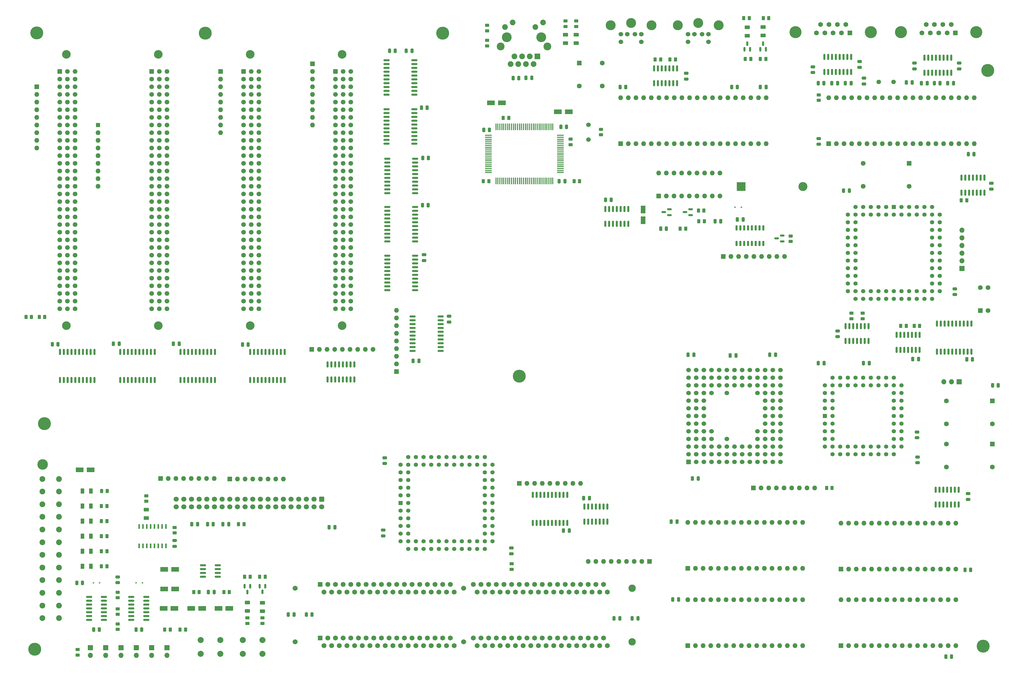
<source format=gts>
G04 #@! TF.GenerationSoftware,KiCad,Pcbnew,(6.0.11)*
G04 #@! TF.CreationDate,2023-02-05T13:30:17+00:00*
G04 #@! TF.ProjectId,yddraig030,79646472-6169-4673-9033-302e6b696361,rev?*
G04 #@! TF.SameCoordinates,Original*
G04 #@! TF.FileFunction,Soldermask,Top*
G04 #@! TF.FilePolarity,Negative*
%FSLAX46Y46*%
G04 Gerber Fmt 4.6, Leading zero omitted, Abs format (unit mm)*
G04 Created by KiCad (PCBNEW (6.0.11)) date 2023-02-05 13:30:17*
%MOMM*%
%LPD*%
G01*
G04 APERTURE LIST*
G04 Aperture macros list*
%AMRoundRect*
0 Rectangle with rounded corners*
0 $1 Rounding radius*
0 $2 $3 $4 $5 $6 $7 $8 $9 X,Y pos of 4 corners*
0 Add a 4 corners polygon primitive as box body*
4,1,4,$2,$3,$4,$5,$6,$7,$8,$9,$2,$3,0*
0 Add four circle primitives for the rounded corners*
1,1,$1+$1,$2,$3*
1,1,$1+$1,$4,$5*
1,1,$1+$1,$6,$7*
1,1,$1+$1,$8,$9*
0 Add four rect primitives between the rounded corners*
20,1,$1+$1,$2,$3,$4,$5,0*
20,1,$1+$1,$4,$5,$6,$7,0*
20,1,$1+$1,$6,$7,$8,$9,0*
20,1,$1+$1,$8,$9,$2,$3,0*%
G04 Aperture macros list end*
%ADD10RoundRect,0.137500X0.137500X-0.662500X0.137500X0.662500X-0.137500X0.662500X-0.137500X-0.662500X0*%
%ADD11RoundRect,0.250000X-0.250000X-0.475000X0.250000X-0.475000X0.250000X0.475000X-0.250000X0.475000X0*%
%ADD12RoundRect,0.250000X0.450000X-0.262500X0.450000X0.262500X-0.450000X0.262500X-0.450000X-0.262500X0*%
%ADD13RoundRect,0.150000X0.587500X0.150000X-0.587500X0.150000X-0.587500X-0.150000X0.587500X-0.150000X0*%
%ADD14R,1.600000X1.600000*%
%ADD15O,1.600000X1.600000*%
%ADD16RoundRect,0.250000X0.625000X-0.375000X0.625000X0.375000X-0.625000X0.375000X-0.625000X-0.375000X0*%
%ADD17RoundRect,0.250000X0.375000X0.625000X-0.375000X0.625000X-0.375000X-0.625000X0.375000X-0.625000X0*%
%ADD18RoundRect,0.250000X-0.625000X0.375000X-0.625000X-0.375000X0.625000X-0.375000X0.625000X0.375000X0*%
%ADD19RoundRect,0.250000X-1.050000X-0.550000X1.050000X-0.550000X1.050000X0.550000X-1.050000X0.550000X0*%
%ADD20RoundRect,0.250000X-0.475000X0.250000X-0.475000X-0.250000X0.475000X-0.250000X0.475000X0.250000X0*%
%ADD21RoundRect,0.250000X0.250000X0.475000X-0.250000X0.475000X-0.250000X-0.475000X0.250000X-0.475000X0*%
%ADD22RoundRect,0.150000X0.150000X-0.875000X0.150000X0.875000X-0.150000X0.875000X-0.150000X-0.875000X0*%
%ADD23R,1.700000X1.700000*%
%ADD24O,1.700000X1.700000*%
%ADD25RoundRect,0.250000X-0.262500X-0.450000X0.262500X-0.450000X0.262500X0.450000X-0.262500X0.450000X0*%
%ADD26RoundRect,0.150000X0.875000X0.150000X-0.875000X0.150000X-0.875000X-0.150000X0.875000X-0.150000X0*%
%ADD27C,1.600000*%
%ADD28RoundRect,0.150000X-0.150000X0.825000X-0.150000X-0.825000X0.150000X-0.825000X0.150000X0.825000X0*%
%ADD29RoundRect,0.250000X0.475000X-0.250000X0.475000X0.250000X-0.475000X0.250000X-0.475000X-0.250000X0*%
%ADD30RoundRect,0.150000X0.150000X-0.825000X0.150000X0.825000X-0.150000X0.825000X-0.150000X-0.825000X0*%
%ADD31RoundRect,0.150000X-0.875000X-0.150000X0.875000X-0.150000X0.875000X0.150000X-0.875000X0.150000X0*%
%ADD32RoundRect,0.250000X-0.450000X0.262500X-0.450000X-0.262500X0.450000X-0.262500X0.450000X0.262500X0*%
%ADD33R,3.000000X3.000000*%
%ADD34C,3.000000*%
%ADD35RoundRect,0.150000X-0.150000X0.587500X-0.150000X-0.587500X0.150000X-0.587500X0.150000X0.587500X0*%
%ADD36C,1.524000*%
%ADD37C,3.300000*%
%ADD38RoundRect,0.250000X0.262500X0.450000X-0.262500X0.450000X-0.262500X-0.450000X0.262500X-0.450000X0*%
%ADD39RoundRect,0.150000X-0.825000X-0.150000X0.825000X-0.150000X0.825000X0.150000X-0.825000X0.150000X0*%
%ADD40C,4.300000*%
%ADD41C,2.440000*%
%ADD42C,1.660000*%
%ADD43R,1.650000X1.650000*%
%ADD44C,1.650000*%
%ADD45R,1.422400X1.422400*%
%ADD46C,1.422400*%
%ADD47RoundRect,0.150000X-0.150000X0.875000X-0.150000X-0.875000X0.150000X-0.875000X0.150000X0.875000X0*%
%ADD48C,2.850000*%
%ADD49RoundRect,0.249999X-0.525001X-0.525001X0.525001X-0.525001X0.525001X0.525001X-0.525001X0.525001X0*%
%ADD50C,1.550000*%
%ADD51C,1.905000*%
%ADD52C,3.505200*%
%ADD53R,1.400000X1.400000*%
%ADD54R,1.524000X1.524000*%
%ADD55C,4.000000*%
%ADD56RoundRect,0.250000X-0.600000X0.600000X-0.600000X-0.600000X0.600000X-0.600000X0.600000X0.600000X0*%
%ADD57C,1.700000*%
%ADD58RoundRect,0.150000X-0.150000X0.725000X-0.150000X-0.725000X0.150000X-0.725000X0.150000X0.725000X0*%
%ADD59C,2.000000*%
%ADD60R,0.350000X2.200000*%
%ADD61R,2.200000X0.350000*%
%ADD62C,1.500000*%
%ADD63R,1.580000X1.580000*%
%ADD64C,1.580000*%
%ADD65R,0.600000X0.450000*%
%ADD66RoundRect,0.150000X0.150000X-0.587500X0.150000X0.587500X-0.150000X0.587500X-0.150000X-0.587500X0*%
%ADD67C,3.250000*%
%ADD68C,2.600000*%
%ADD69C,1.890000*%
%ADD70R,1.900000X1.900000*%
%ADD71C,1.900000*%
%ADD72RoundRect,0.250000X-0.550000X1.050000X-0.550000X-1.050000X0.550000X-1.050000X0.550000X1.050000X0*%
G04 APERTURE END LIST*
D10*
X72055000Y-208250000D03*
X73325000Y-208250000D03*
X74595000Y-208250000D03*
X75865000Y-208250000D03*
X77135000Y-208250000D03*
X78405000Y-208250000D03*
X79675000Y-208250000D03*
X80945000Y-208250000D03*
X80945000Y-201750000D03*
X79675000Y-201750000D03*
X78405000Y-201750000D03*
X77135000Y-201750000D03*
X75865000Y-201750000D03*
X74595000Y-201750000D03*
X73325000Y-201750000D03*
X72055000Y-201750000D03*
D11*
X270500000Y-99900000D03*
X272400000Y-99900000D03*
D12*
X108000000Y-233912500D03*
X108000000Y-232087500D03*
D13*
X247977500Y-98450000D03*
X247977500Y-96550000D03*
X246102500Y-97500000D03*
D14*
X254000000Y-215646000D03*
D15*
X256540000Y-215646000D03*
X259080000Y-215646000D03*
X261620000Y-215646000D03*
X264160000Y-215646000D03*
X266700000Y-215646000D03*
X269240000Y-215646000D03*
X271780000Y-215646000D03*
X274320000Y-215646000D03*
X276860000Y-215646000D03*
X279400000Y-215646000D03*
X281940000Y-215646000D03*
X284480000Y-215646000D03*
X287020000Y-215646000D03*
X289560000Y-215646000D03*
X292100000Y-215646000D03*
X292100000Y-200406000D03*
X289560000Y-200406000D03*
X287020000Y-200406000D03*
X284480000Y-200406000D03*
X281940000Y-200406000D03*
X279400000Y-200406000D03*
X276860000Y-200406000D03*
X274320000Y-200406000D03*
X271780000Y-200406000D03*
X269240000Y-200406000D03*
X266700000Y-200406000D03*
X264160000Y-200406000D03*
X261620000Y-200406000D03*
X259080000Y-200406000D03*
X256540000Y-200406000D03*
X254000000Y-200406000D03*
D11*
X263100000Y-100500000D03*
X265000000Y-100500000D03*
D16*
X113000000Y-229900000D03*
X113000000Y-227100000D03*
D17*
X56087500Y-215000000D03*
X53287500Y-215000000D03*
D12*
X213500000Y-35912500D03*
X213500000Y-34087500D03*
D18*
X74500000Y-196200000D03*
X74500000Y-199000000D03*
D14*
X300750000Y-74750000D03*
D15*
X303290000Y-74750000D03*
X305830000Y-74750000D03*
X308370000Y-74750000D03*
X310910000Y-74750000D03*
X313450000Y-74750000D03*
X315990000Y-74750000D03*
X318530000Y-74750000D03*
X321070000Y-74750000D03*
X323610000Y-74750000D03*
X326150000Y-74750000D03*
X328690000Y-74750000D03*
X331230000Y-74750000D03*
X333770000Y-74750000D03*
X336310000Y-74750000D03*
X338850000Y-74750000D03*
X341390000Y-74750000D03*
X343930000Y-74750000D03*
X346470000Y-74750000D03*
X349010000Y-74750000D03*
X349010000Y-59510000D03*
X346470000Y-59510000D03*
X343930000Y-59510000D03*
X341390000Y-59510000D03*
X338850000Y-59510000D03*
X336310000Y-59510000D03*
X333770000Y-59510000D03*
X331230000Y-59510000D03*
X328690000Y-59510000D03*
X326150000Y-59510000D03*
X323610000Y-59510000D03*
X321070000Y-59510000D03*
X318530000Y-59510000D03*
X315990000Y-59510000D03*
X313450000Y-59510000D03*
X310910000Y-59510000D03*
X308370000Y-59510000D03*
X305830000Y-59510000D03*
X303290000Y-59510000D03*
X300750000Y-59510000D03*
D19*
X80200000Y-229000000D03*
X83800000Y-229000000D03*
D11*
X231600000Y-56000000D03*
X233500000Y-56000000D03*
D14*
X231740000Y-74740000D03*
D15*
X234280000Y-74740000D03*
X236820000Y-74740000D03*
X239360000Y-74740000D03*
X241900000Y-74740000D03*
X244440000Y-74740000D03*
X246980000Y-74740000D03*
X249520000Y-74740000D03*
X252060000Y-74740000D03*
X254600000Y-74740000D03*
X257140000Y-74740000D03*
X259680000Y-74740000D03*
X262220000Y-74740000D03*
X264760000Y-74740000D03*
X267300000Y-74740000D03*
X269840000Y-74740000D03*
X272380000Y-74740000D03*
X274920000Y-74740000D03*
X277460000Y-74740000D03*
X280000000Y-74740000D03*
X280000000Y-59500000D03*
X277460000Y-59500000D03*
X274920000Y-59500000D03*
X272380000Y-59500000D03*
X269840000Y-59500000D03*
X267300000Y-59500000D03*
X264760000Y-59500000D03*
X262220000Y-59500000D03*
X259680000Y-59500000D03*
X257140000Y-59500000D03*
X254600000Y-59500000D03*
X252060000Y-59500000D03*
X249520000Y-59500000D03*
X246980000Y-59500000D03*
X244440000Y-59500000D03*
X241900000Y-59500000D03*
X239360000Y-59500000D03*
X236820000Y-59500000D03*
X234280000Y-59500000D03*
X231740000Y-59500000D03*
D20*
X311000000Y-47550000D03*
X311000000Y-49450000D03*
D21*
X342150000Y-54750000D03*
X340250000Y-54750000D03*
D22*
X65785000Y-153150000D03*
X67055000Y-153150000D03*
X68325000Y-153150000D03*
X69595000Y-153150000D03*
X70865000Y-153150000D03*
X72135000Y-153150000D03*
X73405000Y-153150000D03*
X74675000Y-153150000D03*
X75945000Y-153150000D03*
X77215000Y-153150000D03*
X77215000Y-143850000D03*
X75945000Y-143850000D03*
X74675000Y-143850000D03*
X73405000Y-143850000D03*
X72135000Y-143850000D03*
X70865000Y-143850000D03*
X69595000Y-143850000D03*
X68325000Y-143850000D03*
X67055000Y-143850000D03*
X65785000Y-143850000D03*
D20*
X166600000Y-111650000D03*
X166600000Y-113550000D03*
D23*
X81280000Y-242000000D03*
D24*
X81280000Y-244540000D03*
D25*
X243215000Y-46850000D03*
X245040000Y-46850000D03*
D20*
X330200000Y-178748000D03*
X330200000Y-180648000D03*
D11*
X83450000Y-141150000D03*
X85350000Y-141150000D03*
D26*
X163650000Y-107215000D03*
X163650000Y-105945000D03*
X163650000Y-104675000D03*
X163650000Y-103405000D03*
X163650000Y-102135000D03*
X163650000Y-100865000D03*
X163650000Y-99595000D03*
X163650000Y-98325000D03*
X163650000Y-97055000D03*
X163650000Y-95785000D03*
X154350000Y-95785000D03*
X154350000Y-97055000D03*
X154350000Y-98325000D03*
X154350000Y-99595000D03*
X154350000Y-100865000D03*
X154350000Y-102135000D03*
X154350000Y-103405000D03*
X154350000Y-104675000D03*
X154350000Y-105945000D03*
X154350000Y-107215000D03*
D22*
X45840000Y-153187500D03*
X47110000Y-153187500D03*
X48380000Y-153187500D03*
X49650000Y-153187500D03*
X50920000Y-153187500D03*
X52190000Y-153187500D03*
X53460000Y-153187500D03*
X54730000Y-153187500D03*
X56000000Y-153187500D03*
X57270000Y-153187500D03*
X57270000Y-143887500D03*
X56000000Y-143887500D03*
X54730000Y-143887500D03*
X53460000Y-143887500D03*
X52190000Y-143887500D03*
X50920000Y-143887500D03*
X49650000Y-143887500D03*
X48380000Y-143887500D03*
X47110000Y-143887500D03*
X45840000Y-143887500D03*
D11*
X268600000Y-56000000D03*
X270500000Y-56000000D03*
X211400000Y-87200000D03*
X213300000Y-87200000D03*
D14*
X218030000Y-48030000D03*
D27*
X218030000Y-55650000D03*
X225650000Y-55650000D03*
X225650000Y-48030000D03*
D14*
X129325000Y-143000000D03*
D15*
X131865000Y-143000000D03*
X134405000Y-143000000D03*
X136945000Y-143000000D03*
X139485000Y-143000000D03*
X142025000Y-143000000D03*
X144565000Y-143000000D03*
X147105000Y-143000000D03*
X149645000Y-143000000D03*
D28*
X314020000Y-135300000D03*
X312750000Y-135300000D03*
X311480000Y-135300000D03*
X310210000Y-135300000D03*
X308940000Y-135300000D03*
X307670000Y-135300000D03*
X306400000Y-135300000D03*
X306400000Y-140250000D03*
X307670000Y-140250000D03*
X308940000Y-140250000D03*
X310210000Y-140250000D03*
X311480000Y-140250000D03*
X312750000Y-140250000D03*
X314020000Y-140250000D03*
D11*
X211950000Y-69200000D03*
X213850000Y-69200000D03*
D29*
X153500000Y-180900000D03*
X153500000Y-179000000D03*
D25*
X278087500Y-46650000D03*
X279912500Y-46650000D03*
D30*
X242820000Y-54750000D03*
X244090000Y-54750000D03*
X245360000Y-54750000D03*
X246630000Y-54750000D03*
X247900000Y-54750000D03*
X249170000Y-54750000D03*
X250440000Y-54750000D03*
X250440000Y-49800000D03*
X249170000Y-49800000D03*
X247900000Y-49800000D03*
X246630000Y-49800000D03*
X245360000Y-49800000D03*
X244090000Y-49800000D03*
X242820000Y-49800000D03*
D31*
X162750000Y-132135000D03*
X162750000Y-133405000D03*
X162750000Y-134675000D03*
X162750000Y-135945000D03*
X162750000Y-137215000D03*
X162750000Y-138485000D03*
X162750000Y-139755000D03*
X162750000Y-141025000D03*
X162750000Y-142295000D03*
X162750000Y-143565000D03*
X172050000Y-143565000D03*
X172050000Y-142295000D03*
X172050000Y-141025000D03*
X172050000Y-139755000D03*
X172050000Y-138485000D03*
X172050000Y-137215000D03*
X172050000Y-135945000D03*
X172050000Y-134675000D03*
X172050000Y-133405000D03*
X172050000Y-132135000D03*
D12*
X217000000Y-35912500D03*
X217000000Y-34087500D03*
D25*
X112087500Y-218500000D03*
X113912500Y-218500000D03*
D11*
X166050000Y-95175000D03*
X167950000Y-95175000D03*
D32*
X312050000Y-131000000D03*
X312050000Y-132825000D03*
D21*
X198000000Y-53000000D03*
X196100000Y-53000000D03*
D33*
X271747584Y-89000000D03*
D34*
X292237584Y-89000000D03*
D20*
X253540000Y-51450000D03*
X253540000Y-53350000D03*
D11*
X281244000Y-144780000D03*
X283144000Y-144780000D03*
D35*
X108950000Y-221625000D03*
X107050000Y-221625000D03*
X108000000Y-223500000D03*
D32*
X83865000Y-202100000D03*
X83865000Y-203925000D03*
D29*
X329250000Y-49950000D03*
X329250000Y-48050000D03*
D11*
X165700000Y-62850000D03*
X167600000Y-62850000D03*
D25*
X59587500Y-195000000D03*
X61412500Y-195000000D03*
D11*
X160666000Y-44000000D03*
X162566000Y-44000000D03*
D32*
X215162500Y-73275000D03*
X215162500Y-75100000D03*
D36*
X233950000Y-38500000D03*
X236550000Y-38500000D03*
X231850000Y-38500000D03*
X238650000Y-38500000D03*
X231850000Y-41000000D03*
X238650000Y-41000000D03*
D37*
X235250000Y-34700000D03*
X242000000Y-35500000D03*
X228500000Y-35500000D03*
D36*
X256200000Y-38500000D03*
X258800000Y-38500000D03*
X254100000Y-38500000D03*
X260900000Y-38500000D03*
X254100000Y-41000000D03*
X260900000Y-41000000D03*
D37*
X257500000Y-34700000D03*
X250750000Y-35500000D03*
X264250000Y-35500000D03*
D30*
X134555000Y-152975000D03*
X135825000Y-152975000D03*
X137095000Y-152975000D03*
X138365000Y-152975000D03*
X139635000Y-152975000D03*
X140905000Y-152975000D03*
X142175000Y-152975000D03*
X143445000Y-152975000D03*
X143445000Y-148025000D03*
X142175000Y-148025000D03*
X140905000Y-148025000D03*
X139635000Y-148025000D03*
X138365000Y-148025000D03*
X137095000Y-148025000D03*
X135825000Y-148025000D03*
X134555000Y-148025000D03*
D11*
X226750000Y-93400000D03*
X228650000Y-93400000D03*
D26*
X163396000Y-58515000D03*
X163396000Y-57245000D03*
X163396000Y-55975000D03*
X163396000Y-54705000D03*
X163396000Y-53435000D03*
X163396000Y-52165000D03*
X163396000Y-50895000D03*
X163396000Y-49625000D03*
X163396000Y-48355000D03*
X163396000Y-47085000D03*
X154096000Y-47085000D03*
X154096000Y-48355000D03*
X154096000Y-49625000D03*
X154096000Y-50895000D03*
X154096000Y-52165000D03*
X154096000Y-53435000D03*
X154096000Y-54705000D03*
X154096000Y-55975000D03*
X154096000Y-57245000D03*
X154096000Y-58515000D03*
D12*
X195600000Y-216000000D03*
X195600000Y-214175000D03*
D38*
X301912500Y-189000000D03*
X300087500Y-189000000D03*
D25*
X273087500Y-46650000D03*
X274912500Y-46650000D03*
D11*
X43300000Y-141300000D03*
X45200000Y-141300000D03*
X331550000Y-54750000D03*
X333450000Y-54750000D03*
D21*
X237500000Y-232250000D03*
X235600000Y-232250000D03*
D25*
X272587500Y-33150000D03*
X274412500Y-33150000D03*
D11*
X335800000Y-54750000D03*
X337700000Y-54750000D03*
D23*
X344950000Y-116150000D03*
D24*
X344950000Y-113610000D03*
X344950000Y-111070000D03*
X344950000Y-108530000D03*
X344950000Y-105990000D03*
X344950000Y-103450000D03*
D21*
X246950000Y-103000000D03*
X245050000Y-103000000D03*
D11*
X297312000Y-147574000D03*
X299212000Y-147574000D03*
D25*
X329100000Y-135200000D03*
X330925000Y-135200000D03*
D21*
X357000000Y-155000000D03*
X355100000Y-155000000D03*
D20*
X174900000Y-132050000D03*
X174900000Y-133950000D03*
D39*
X93221000Y-214630000D03*
X93221000Y-215900000D03*
X93221000Y-217170000D03*
X93221000Y-218440000D03*
X98171000Y-218440000D03*
X98171000Y-217170000D03*
X98171000Y-215900000D03*
X98171000Y-214630000D03*
D40*
X172720000Y-38100000D03*
D41*
X235585000Y-240030000D03*
D42*
X179705000Y-240030000D03*
X123825000Y-240030000D03*
D43*
X132080000Y-238760000D03*
D44*
X133350000Y-241300000D03*
X134620000Y-238760000D03*
X135890000Y-241300000D03*
X137160000Y-238760000D03*
X138430000Y-241300000D03*
X139700000Y-238760000D03*
X140970000Y-241300000D03*
X142240000Y-238760000D03*
X143510000Y-241300000D03*
X144780000Y-238760000D03*
X146050000Y-241300000D03*
X147320000Y-238760000D03*
X148590000Y-241300000D03*
X149860000Y-238760000D03*
X151130000Y-241300000D03*
X152400000Y-238760000D03*
X153670000Y-241300000D03*
X154940000Y-238760000D03*
X156210000Y-241300000D03*
X157480000Y-238760000D03*
X158750000Y-241300000D03*
X160020000Y-238760000D03*
X161290000Y-241300000D03*
X162560000Y-238760000D03*
X163830000Y-241300000D03*
X165100000Y-238760000D03*
X166370000Y-241300000D03*
X167640000Y-238760000D03*
X168910000Y-241300000D03*
X170180000Y-238760000D03*
X171450000Y-241300000D03*
X172720000Y-238760000D03*
X173990000Y-241300000D03*
X175260000Y-238760000D03*
X176530000Y-241300000D03*
X182880000Y-238760000D03*
X184150000Y-241300000D03*
X185420000Y-238760000D03*
X186690000Y-241300000D03*
X187960000Y-238760000D03*
X189230000Y-241300000D03*
X190500000Y-238760000D03*
X191770000Y-241300000D03*
X193040000Y-238760000D03*
X194310000Y-241300000D03*
X195580000Y-238760000D03*
X196850000Y-241300000D03*
X198120000Y-238760000D03*
X199390000Y-241300000D03*
X200660000Y-238760000D03*
X201930000Y-241300000D03*
X203200000Y-238760000D03*
X204470000Y-241300000D03*
X205740000Y-238760000D03*
X207010000Y-241300000D03*
X208280000Y-238760000D03*
X209550000Y-241300000D03*
X210820000Y-238760000D03*
X212090000Y-241300000D03*
X213360000Y-238760000D03*
X214630000Y-241300000D03*
X215900000Y-238760000D03*
X217170000Y-241300000D03*
X218440000Y-238760000D03*
X219710000Y-241300000D03*
X220980000Y-238760000D03*
X222250000Y-241300000D03*
X223520000Y-238760000D03*
X224790000Y-241300000D03*
X226060000Y-238760000D03*
X227330000Y-241300000D03*
D19*
X89400000Y-229000000D03*
X93000000Y-229000000D03*
D45*
X158760000Y-194000000D03*
D46*
X161300000Y-194000000D03*
X158760000Y-196540000D03*
X161300000Y-196540000D03*
X158760000Y-199080000D03*
X161300000Y-199080000D03*
X158760000Y-201620000D03*
X161300000Y-201620000D03*
X158760000Y-204160000D03*
X161300000Y-204160000D03*
X158760000Y-206700000D03*
X161300000Y-209240000D03*
X161300000Y-206700000D03*
X163840000Y-209240000D03*
X163840000Y-206700000D03*
X166380000Y-209240000D03*
X166380000Y-206700000D03*
X168920000Y-209240000D03*
X168920000Y-206700000D03*
X171460000Y-209240000D03*
X171460000Y-206700000D03*
X174000000Y-209240000D03*
X174000000Y-206700000D03*
X176540000Y-209240000D03*
X176540000Y-206700000D03*
X179080000Y-209240000D03*
X179080000Y-206700000D03*
X181620000Y-209240000D03*
X181620000Y-206700000D03*
X184160000Y-209240000D03*
X184160000Y-206700000D03*
X186700000Y-209240000D03*
X189240000Y-206700000D03*
X186700000Y-206700000D03*
X189240000Y-204160000D03*
X186700000Y-204160000D03*
X189240000Y-201620000D03*
X186700000Y-201620000D03*
X189240000Y-199080000D03*
X186700000Y-199080000D03*
X189240000Y-196540000D03*
X186700000Y-196540000D03*
X189240000Y-194000000D03*
X186700000Y-194000000D03*
X189240000Y-191460000D03*
X186700000Y-191460000D03*
X189240000Y-188920000D03*
X186700000Y-188920000D03*
X189240000Y-186380000D03*
X186700000Y-186380000D03*
X189240000Y-183840000D03*
X186700000Y-183840000D03*
X189240000Y-181300000D03*
X186700000Y-178760000D03*
X186700000Y-181300000D03*
X184160000Y-178760000D03*
X184160000Y-181300000D03*
X181620000Y-178760000D03*
X181620000Y-181300000D03*
X179080000Y-178760000D03*
X179080000Y-181300000D03*
X176540000Y-178760000D03*
X176540000Y-181300000D03*
X174000000Y-178760000D03*
X174000000Y-181300000D03*
X171460000Y-178760000D03*
X171460000Y-181300000D03*
X168920000Y-178760000D03*
X168920000Y-181300000D03*
X166380000Y-178760000D03*
X166380000Y-181300000D03*
X163840000Y-178760000D03*
X163840000Y-181300000D03*
X161300000Y-178760000D03*
X158760000Y-181300000D03*
X161300000Y-181300000D03*
X158760000Y-183840000D03*
X161300000Y-183840000D03*
X158760000Y-186380000D03*
X161300000Y-186380000D03*
X158760000Y-188920000D03*
X161300000Y-188920000D03*
X158760000Y-191460000D03*
X161300000Y-191460000D03*
D47*
X348115000Y-134450000D03*
X346845000Y-134450000D03*
X345575000Y-134450000D03*
X344305000Y-134450000D03*
X343035000Y-134450000D03*
X341765000Y-134450000D03*
X340495000Y-134450000D03*
X339225000Y-134450000D03*
X337955000Y-134450000D03*
X336685000Y-134450000D03*
X336685000Y-143750000D03*
X337955000Y-143750000D03*
X339225000Y-143750000D03*
X340495000Y-143750000D03*
X341765000Y-143750000D03*
X343035000Y-143750000D03*
X344305000Y-143750000D03*
X345575000Y-143750000D03*
X346845000Y-143750000D03*
X348115000Y-143750000D03*
D17*
X56087500Y-205000000D03*
X53287500Y-205000000D03*
D21*
X348950000Y-78250000D03*
X347050000Y-78250000D03*
D48*
X47960000Y-45170000D03*
X47960000Y-135170000D03*
D49*
X45720000Y-50800000D03*
D50*
X45720000Y-53340000D03*
X45720000Y-55880000D03*
X45720000Y-58420000D03*
X45720000Y-60960000D03*
X45720000Y-63500000D03*
X45720000Y-66040000D03*
X45720000Y-68580000D03*
X45720000Y-71120000D03*
X45720000Y-73660000D03*
X45720000Y-76200000D03*
X45720000Y-78740000D03*
X45720000Y-81280000D03*
X45720000Y-83820000D03*
X45720000Y-86360000D03*
X45720000Y-88900000D03*
X45720000Y-91440000D03*
X45720000Y-93980000D03*
X45720000Y-96520000D03*
X45720000Y-99060000D03*
X45720000Y-101600000D03*
X45720000Y-104140000D03*
X45720000Y-106680000D03*
X45720000Y-109220000D03*
X45720000Y-111760000D03*
X45720000Y-114300000D03*
X45720000Y-116840000D03*
X45720000Y-119380000D03*
X45720000Y-121920000D03*
X45720000Y-124460000D03*
X45720000Y-127000000D03*
X45720000Y-129540000D03*
X48260000Y-50800000D03*
X48260000Y-53340000D03*
X48260000Y-55880000D03*
X48260000Y-58420000D03*
X48260000Y-60960000D03*
X48260000Y-63500000D03*
X48260000Y-66040000D03*
X48260000Y-68580000D03*
X48260000Y-71120000D03*
X48260000Y-73660000D03*
X48260000Y-76200000D03*
X48260000Y-78740000D03*
X48260000Y-81280000D03*
X48260000Y-83820000D03*
X48260000Y-86360000D03*
X48260000Y-88900000D03*
X48260000Y-91440000D03*
X48260000Y-93980000D03*
X48260000Y-96520000D03*
X48260000Y-99060000D03*
X48260000Y-101600000D03*
X48260000Y-104140000D03*
X48260000Y-106680000D03*
X48260000Y-109220000D03*
X48260000Y-111760000D03*
X48260000Y-114300000D03*
X48260000Y-116840000D03*
X48260000Y-119380000D03*
X48260000Y-121920000D03*
X48260000Y-124460000D03*
X48260000Y-127000000D03*
X48260000Y-129540000D03*
X50800000Y-50800000D03*
X50800000Y-53340000D03*
X50800000Y-55880000D03*
X50800000Y-58420000D03*
X50800000Y-60960000D03*
X50800000Y-63500000D03*
X50800000Y-66040000D03*
X50800000Y-68580000D03*
X50800000Y-71120000D03*
X50800000Y-73660000D03*
X50800000Y-76200000D03*
X50800000Y-78740000D03*
X50800000Y-81280000D03*
X50800000Y-83820000D03*
X50800000Y-86360000D03*
X50800000Y-88900000D03*
X50800000Y-91440000D03*
X50800000Y-93980000D03*
X50800000Y-96520000D03*
X50800000Y-99060000D03*
X50800000Y-101600000D03*
X50800000Y-104140000D03*
X50800000Y-106680000D03*
X50800000Y-109220000D03*
X50800000Y-111760000D03*
X50800000Y-114300000D03*
X50800000Y-116840000D03*
X50800000Y-119380000D03*
X50800000Y-121920000D03*
X50800000Y-124460000D03*
X50800000Y-127000000D03*
X50800000Y-129540000D03*
D51*
X45500000Y-186000008D03*
X45500000Y-190200007D03*
X45500000Y-194400006D03*
X45500000Y-198600005D03*
X45500000Y-202800005D03*
X45500000Y-207000004D03*
X45500000Y-211200003D03*
X45500000Y-215400002D03*
X45500000Y-219600002D03*
X45500000Y-223800001D03*
X45500000Y-228000000D03*
X45500000Y-232199999D03*
X40000001Y-186000008D03*
X40000001Y-190200007D03*
X40000001Y-194400006D03*
X40000001Y-198600005D03*
X40000001Y-202800005D03*
X40000001Y-207000004D03*
X40000001Y-211200003D03*
X40000001Y-215400002D03*
X40000001Y-219600002D03*
X40000001Y-223800001D03*
X40000001Y-228000000D03*
X40000001Y-232199999D03*
D52*
X40102500Y-181236505D03*
D25*
X107087500Y-218500000D03*
X108912500Y-218500000D03*
D40*
X94000000Y-38100000D03*
D25*
X38955900Y-132257800D03*
X40780900Y-132257800D03*
D29*
X303756250Y-138787500D03*
X303756250Y-136887500D03*
D25*
X85675000Y-236000000D03*
X87500000Y-236000000D03*
X59587500Y-210000000D03*
X61412500Y-210000000D03*
D53*
X58420000Y-68580000D03*
D15*
X58420000Y-71120000D03*
X58420000Y-73660000D03*
X58420000Y-76200000D03*
X58420000Y-78740000D03*
X58420000Y-81280000D03*
X58420000Y-83820000D03*
X58420000Y-86360000D03*
X58420000Y-88900000D03*
D54*
X254254000Y-180340000D03*
D36*
X254254000Y-177800000D03*
X254254000Y-175260000D03*
X254254000Y-172720000D03*
X254254000Y-170180000D03*
X254254000Y-167640000D03*
X254254000Y-165100000D03*
X254254000Y-162560000D03*
X254254000Y-160020000D03*
X254254000Y-157480000D03*
X254254000Y-154940000D03*
X254254000Y-152400000D03*
X254254000Y-149860000D03*
X256794000Y-180340000D03*
X256794000Y-177800000D03*
X256794000Y-175260000D03*
X256794000Y-172720000D03*
X256794000Y-170180000D03*
X256794000Y-167640000D03*
X256794000Y-165100000D03*
X256794000Y-162560000D03*
X256794000Y-160020000D03*
X256794000Y-157480000D03*
X256794000Y-154940000D03*
X256794000Y-152400000D03*
X256794000Y-149860000D03*
X259334000Y-180340000D03*
X259334000Y-177800000D03*
X259334000Y-175260000D03*
X259334000Y-172720000D03*
X259334000Y-170180000D03*
X259334000Y-167640000D03*
X259334000Y-165100000D03*
X259334000Y-162560000D03*
X259334000Y-160020000D03*
X259334000Y-157480000D03*
X259334000Y-154940000D03*
X259334000Y-152400000D03*
X259334000Y-149860000D03*
X261874000Y-180340000D03*
X261874000Y-177800000D03*
X261874000Y-175260000D03*
X261874000Y-172720000D03*
X261874000Y-170180000D03*
X261874000Y-157480000D03*
X261874000Y-154940000D03*
X261874000Y-152400000D03*
X261874000Y-149860000D03*
X264414000Y-180340000D03*
X264414000Y-177800000D03*
X264414000Y-175260000D03*
X264414000Y-154940000D03*
X264414000Y-152400000D03*
X264414000Y-149860000D03*
X266954000Y-180340000D03*
X266954000Y-177800000D03*
X266954000Y-175260000D03*
X266954000Y-172720000D03*
X266954000Y-157480000D03*
X266954000Y-154940000D03*
X266954000Y-152400000D03*
X266954000Y-149860000D03*
X269494000Y-180340000D03*
X269494000Y-177800000D03*
X269494000Y-175260000D03*
X269494000Y-154940000D03*
X269494000Y-152400000D03*
X269494000Y-149860000D03*
X272034000Y-180340000D03*
X272034000Y-177800000D03*
X272034000Y-175260000D03*
X272034000Y-154940000D03*
X272034000Y-152400000D03*
X272034000Y-149860000D03*
X274574000Y-180340000D03*
X274574000Y-177800000D03*
X274574000Y-175260000D03*
X274574000Y-154940000D03*
X274574000Y-152400000D03*
X274574000Y-149860000D03*
X277114000Y-180340000D03*
X277114000Y-177800000D03*
X277114000Y-175260000D03*
X277114000Y-172720000D03*
X277114000Y-170180000D03*
X277114000Y-157480000D03*
X277114000Y-154940000D03*
X277114000Y-152400000D03*
X277114000Y-149860000D03*
X279654000Y-180340000D03*
X279654000Y-177800000D03*
X279654000Y-175260000D03*
X279654000Y-172720000D03*
X279654000Y-170180000D03*
X279654000Y-167640000D03*
X279654000Y-165100000D03*
X279654000Y-162560000D03*
X279654000Y-160020000D03*
X279654000Y-157480000D03*
X279654000Y-154940000D03*
X279654000Y-152400000D03*
X279654000Y-149860000D03*
X282194000Y-180340000D03*
X282194000Y-177800000D03*
X282194000Y-175260000D03*
X282194000Y-172720000D03*
X282194000Y-170180000D03*
X282194000Y-167640000D03*
X282194000Y-165100000D03*
X282194000Y-162560000D03*
X282194000Y-160020000D03*
X282194000Y-157480000D03*
X282194000Y-154940000D03*
X282194000Y-152400000D03*
X282194000Y-149860000D03*
X284734000Y-180340000D03*
X284734000Y-177800000D03*
X284734000Y-175260000D03*
X284734000Y-172720000D03*
X284734000Y-170180000D03*
X284734000Y-167640000D03*
X284734000Y-165100000D03*
X284734000Y-162560000D03*
X284734000Y-160020000D03*
X284734000Y-157480000D03*
X284734000Y-154940000D03*
X284734000Y-152400000D03*
X284734000Y-149860000D03*
D21*
X257500000Y-185900000D03*
X255600000Y-185900000D03*
D17*
X56087500Y-195000000D03*
X53287500Y-195000000D03*
D20*
X65000000Y-218550000D03*
X65000000Y-220450000D03*
D13*
X254977500Y-98450000D03*
X254977500Y-96550000D03*
X253102500Y-97500000D03*
D38*
X253325000Y-103000000D03*
X251500000Y-103000000D03*
D25*
X59675000Y-190000000D03*
X61500000Y-190000000D03*
X59587500Y-215000000D03*
X61412500Y-215000000D03*
D26*
X163396000Y-74771000D03*
X163396000Y-73501000D03*
X163396000Y-72231000D03*
X163396000Y-70961000D03*
X163396000Y-69691000D03*
X163396000Y-68421000D03*
X163396000Y-67151000D03*
X163396000Y-65881000D03*
X163396000Y-64611000D03*
X163396000Y-63341000D03*
X154096000Y-63341000D03*
X154096000Y-64611000D03*
X154096000Y-65881000D03*
X154096000Y-67151000D03*
X154096000Y-68421000D03*
X154096000Y-69691000D03*
X154096000Y-70961000D03*
X154096000Y-72231000D03*
X154096000Y-73501000D03*
X154096000Y-74771000D03*
D11*
X95050000Y-223500000D03*
X96950000Y-223500000D03*
D21*
X202300000Y-52950000D03*
X200400000Y-52950000D03*
X348450000Y-146350000D03*
X346550000Y-146350000D03*
D11*
X345948000Y-216154000D03*
X347848000Y-216154000D03*
D25*
X192837500Y-66250000D03*
X194662500Y-66250000D03*
D45*
X299466000Y-165100000D03*
D46*
X302006000Y-165100000D03*
X299466000Y-167640000D03*
X302006000Y-167640000D03*
X299466000Y-170180000D03*
X302006000Y-170180000D03*
X299466000Y-172720000D03*
X302006000Y-172720000D03*
X299466000Y-175260000D03*
X302006000Y-177800000D03*
X302006000Y-175260000D03*
X304546000Y-177800000D03*
X304546000Y-175260000D03*
X307086000Y-177800000D03*
X307086000Y-175260000D03*
X309626000Y-177800000D03*
X309626000Y-175260000D03*
X312166000Y-177800000D03*
X312166000Y-175260000D03*
X314706000Y-177800000D03*
X314706000Y-175260000D03*
X317246000Y-177800000D03*
X317246000Y-175260000D03*
X319786000Y-177800000D03*
X319786000Y-175260000D03*
X322326000Y-177800000D03*
X324866000Y-175260000D03*
X322326000Y-175260000D03*
X324866000Y-172720000D03*
X322326000Y-172720000D03*
X324866000Y-170180000D03*
X322326000Y-170180000D03*
X324866000Y-167640000D03*
X322326000Y-167640000D03*
X324866000Y-165100000D03*
X322326000Y-165100000D03*
X324866000Y-162560000D03*
X322326000Y-162560000D03*
X324866000Y-160020000D03*
X322326000Y-160020000D03*
X324866000Y-157480000D03*
X322326000Y-157480000D03*
X324866000Y-154940000D03*
X322326000Y-152400000D03*
X322326000Y-154940000D03*
X319786000Y-152400000D03*
X319786000Y-154940000D03*
X317246000Y-152400000D03*
X317246000Y-154940000D03*
X314706000Y-152400000D03*
X314706000Y-154940000D03*
X312166000Y-152400000D03*
X312166000Y-154940000D03*
X309626000Y-152400000D03*
X309626000Y-154940000D03*
X307086000Y-152400000D03*
X307086000Y-154940000D03*
X304546000Y-152400000D03*
X304546000Y-154940000D03*
X302006000Y-152400000D03*
X299466000Y-154940000D03*
X302006000Y-154940000D03*
X299466000Y-157480000D03*
X302006000Y-157480000D03*
X299466000Y-160020000D03*
X302006000Y-160020000D03*
X299466000Y-162560000D03*
X302006000Y-162560000D03*
D55*
X289750000Y-37750000D03*
X314750000Y-37750000D03*
D14*
X307790000Y-38050000D03*
D27*
X305020000Y-38050000D03*
X302250000Y-38050000D03*
X299480000Y-38050000D03*
X296710000Y-38050000D03*
X306405000Y-35210000D03*
X303635000Y-35210000D03*
X300865000Y-35210000D03*
X298095000Y-35210000D03*
D29*
X295550000Y-51200000D03*
X295550000Y-49300000D03*
D25*
X90175000Y-223500000D03*
X92000000Y-223500000D03*
D11*
X297300000Y-54750000D03*
X299200000Y-54750000D03*
D56*
X132630000Y-192747500D03*
D57*
X132630000Y-195287500D03*
X130090000Y-192747500D03*
X130090000Y-195287500D03*
X127550000Y-192747500D03*
X127550000Y-195287500D03*
X125010000Y-192747500D03*
X125010000Y-195287500D03*
X122470000Y-192747500D03*
X122470000Y-195287500D03*
X119930000Y-192747500D03*
X119930000Y-195287500D03*
X117390000Y-192747500D03*
X117390000Y-195287500D03*
X114850000Y-192747500D03*
X114850000Y-195287500D03*
X112310000Y-192747500D03*
X112310000Y-195287500D03*
X109770000Y-192747500D03*
X109770000Y-195287500D03*
X107230000Y-192747500D03*
X107230000Y-195287500D03*
X104690000Y-192747500D03*
X104690000Y-195287500D03*
X102150000Y-192747500D03*
X102150000Y-195287500D03*
X99610000Y-192747500D03*
X99610000Y-195287500D03*
X97070000Y-192747500D03*
X97070000Y-195287500D03*
X94530000Y-192747500D03*
X94530000Y-195287500D03*
X91990000Y-192747500D03*
X91990000Y-195287500D03*
X89450000Y-192747500D03*
X89450000Y-195287500D03*
X86910000Y-192747500D03*
X86910000Y-195287500D03*
X84370000Y-192747500D03*
X84370000Y-195287500D03*
D42*
X123825000Y-222250000D03*
D41*
X235585000Y-222250000D03*
D42*
X179705000Y-222250000D03*
D43*
X132080000Y-220980000D03*
D44*
X133350000Y-223520000D03*
X134620000Y-220980000D03*
X135890000Y-223520000D03*
X137160000Y-220980000D03*
X138430000Y-223520000D03*
X139700000Y-220980000D03*
X140970000Y-223520000D03*
X142240000Y-220980000D03*
X143510000Y-223520000D03*
X144780000Y-220980000D03*
X146050000Y-223520000D03*
X147320000Y-220980000D03*
X148590000Y-223520000D03*
X149860000Y-220980000D03*
X151130000Y-223520000D03*
X152400000Y-220980000D03*
X153670000Y-223520000D03*
X154940000Y-220980000D03*
X156210000Y-223520000D03*
X157480000Y-220980000D03*
X158750000Y-223520000D03*
X160020000Y-220980000D03*
X161290000Y-223520000D03*
X162560000Y-220980000D03*
X163830000Y-223520000D03*
X165100000Y-220980000D03*
X166370000Y-223520000D03*
X167640000Y-220980000D03*
X168910000Y-223520000D03*
X170180000Y-220980000D03*
X171450000Y-223520000D03*
X172720000Y-220980000D03*
X173990000Y-223520000D03*
X175260000Y-220980000D03*
X176530000Y-223520000D03*
X182880000Y-220980000D03*
X184150000Y-223520000D03*
X185420000Y-220980000D03*
X186690000Y-223520000D03*
X187960000Y-220980000D03*
X189230000Y-223520000D03*
X190500000Y-220980000D03*
X191770000Y-223520000D03*
X193040000Y-220980000D03*
X194310000Y-223520000D03*
X195580000Y-220980000D03*
X196850000Y-223520000D03*
X198120000Y-220980000D03*
X199390000Y-223520000D03*
X200660000Y-220980000D03*
X201930000Y-223520000D03*
X203200000Y-220980000D03*
X204470000Y-223520000D03*
X205740000Y-220980000D03*
X207010000Y-223520000D03*
X208280000Y-220980000D03*
X209550000Y-223520000D03*
X210820000Y-220980000D03*
X212090000Y-223520000D03*
X213360000Y-220980000D03*
X214630000Y-223520000D03*
X215900000Y-220980000D03*
X217170000Y-223520000D03*
X218440000Y-220980000D03*
X219710000Y-223520000D03*
X220980000Y-220980000D03*
X222250000Y-223520000D03*
X223520000Y-220980000D03*
X224790000Y-223520000D03*
X226060000Y-220980000D03*
X227330000Y-223520000D03*
D11*
X63550000Y-141200000D03*
X65450000Y-141200000D03*
D25*
X257675000Y-100500000D03*
X259500000Y-100500000D03*
D19*
X80400000Y-222500000D03*
X84000000Y-222500000D03*
D21*
X341500000Y-245000000D03*
X339600000Y-245000000D03*
D40*
X352000000Y-241500000D03*
X353500000Y-50500000D03*
D25*
X257587500Y-97000000D03*
X259412500Y-97000000D03*
D23*
X344000000Y-153800000D03*
D24*
X341460000Y-153800000D03*
X338920000Y-153800000D03*
D21*
X330550000Y-146200000D03*
X328650000Y-146200000D03*
D12*
X51650000Y-244450000D03*
X51650000Y-242625000D03*
D14*
X304800000Y-241300000D03*
D15*
X307340000Y-241300000D03*
X309880000Y-241300000D03*
X312420000Y-241300000D03*
X314960000Y-241300000D03*
X317500000Y-241300000D03*
X320040000Y-241300000D03*
X322580000Y-241300000D03*
X325120000Y-241300000D03*
X327660000Y-241300000D03*
X330200000Y-241300000D03*
X332740000Y-241300000D03*
X335280000Y-241300000D03*
X337820000Y-241300000D03*
X340360000Y-241300000D03*
X342900000Y-241300000D03*
X342900000Y-226060000D03*
X340360000Y-226060000D03*
X337820000Y-226060000D03*
X335280000Y-226060000D03*
X332740000Y-226060000D03*
X330200000Y-226060000D03*
X327660000Y-226060000D03*
X325120000Y-226060000D03*
X322580000Y-226060000D03*
X320040000Y-226060000D03*
X317500000Y-226060000D03*
X314960000Y-226060000D03*
X312420000Y-226060000D03*
X309880000Y-226060000D03*
X307340000Y-226060000D03*
X304800000Y-226060000D03*
D40*
X37500000Y-242500000D03*
D58*
X279090000Y-102700000D03*
X277820000Y-102700000D03*
X276550000Y-102700000D03*
X275280000Y-102700000D03*
X274010000Y-102700000D03*
X272740000Y-102700000D03*
X271470000Y-102700000D03*
X270200000Y-102700000D03*
X270200000Y-107850000D03*
X271470000Y-107850000D03*
X272740000Y-107850000D03*
X274010000Y-107850000D03*
X275280000Y-107850000D03*
X276550000Y-107850000D03*
X277820000Y-107850000D03*
X279090000Y-107850000D03*
D11*
X186350000Y-70200000D03*
X188250000Y-70200000D03*
D19*
X210962500Y-64200000D03*
X214562500Y-64200000D03*
D59*
X113000000Y-239500000D03*
X106500000Y-239500000D03*
X106500000Y-244000000D03*
X113000000Y-244000000D03*
D20*
X354690000Y-87925000D03*
X354690000Y-89825000D03*
D26*
X163650000Y-91215000D03*
X163650000Y-89945000D03*
X163650000Y-88675000D03*
X163650000Y-87405000D03*
X163650000Y-86135000D03*
X163650000Y-84865000D03*
X163650000Y-83595000D03*
X163650000Y-82325000D03*
X163650000Y-81055000D03*
X163650000Y-79785000D03*
X154350000Y-79785000D03*
X154350000Y-81055000D03*
X154350000Y-82325000D03*
X154350000Y-83595000D03*
X154350000Y-84865000D03*
X154350000Y-86135000D03*
X154350000Y-87405000D03*
X154350000Y-88675000D03*
X154350000Y-89945000D03*
X154350000Y-91215000D03*
D60*
X190425000Y-87165000D03*
X191075000Y-87165000D03*
X191725000Y-87165000D03*
X192375000Y-87165000D03*
X193025000Y-87165000D03*
X193675000Y-87165000D03*
X194325000Y-87165000D03*
X194975000Y-87165000D03*
X195625000Y-87165000D03*
X196275000Y-87165000D03*
X196925000Y-87165000D03*
X197575000Y-87165000D03*
X198225000Y-87165000D03*
X198875000Y-87165000D03*
X199525000Y-87165000D03*
X200175000Y-87165000D03*
X200825000Y-87165000D03*
X201475000Y-87165000D03*
X202125000Y-87165000D03*
X202775000Y-87165000D03*
X203425000Y-87165000D03*
X204075000Y-87165000D03*
X204725000Y-87165000D03*
X205375000Y-87165000D03*
X206025000Y-87165000D03*
X206675000Y-87165000D03*
X207325000Y-87165000D03*
X207975000Y-87165000D03*
X208625000Y-87165000D03*
X209275000Y-87165000D03*
D61*
X211815000Y-84375000D03*
X211815000Y-83725000D03*
X211815000Y-83075000D03*
X211815000Y-82425000D03*
X211815000Y-81775000D03*
X211815000Y-81125000D03*
X211815000Y-80475000D03*
X211815000Y-79825000D03*
X211815000Y-79175000D03*
X211815000Y-78525000D03*
X211815000Y-77875000D03*
X211815000Y-77225000D03*
X211815000Y-76575000D03*
X211815000Y-75925000D03*
X211815000Y-75275000D03*
X211815000Y-74625000D03*
X211815000Y-73975000D03*
X211815000Y-73325000D03*
X211815000Y-72675000D03*
X211815000Y-72025000D03*
D60*
X209275000Y-69235000D03*
X208625000Y-69235000D03*
X207975000Y-69235000D03*
X207325000Y-69235000D03*
X206675000Y-69235000D03*
X206025000Y-69235000D03*
X205375000Y-69235000D03*
X204725000Y-69235000D03*
X204075000Y-69235000D03*
X203425000Y-69235000D03*
X202775000Y-69235000D03*
X202125000Y-69235000D03*
X201475000Y-69235000D03*
X200825000Y-69235000D03*
X200175000Y-69235000D03*
X199525000Y-69235000D03*
X198875000Y-69235000D03*
X198225000Y-69235000D03*
X197575000Y-69235000D03*
X196925000Y-69235000D03*
X196275000Y-69235000D03*
X195625000Y-69235000D03*
X194975000Y-69235000D03*
X194325000Y-69235000D03*
X193675000Y-69235000D03*
X193025000Y-69235000D03*
X192375000Y-69235000D03*
X191725000Y-69235000D03*
X191075000Y-69235000D03*
X190425000Y-69235000D03*
D61*
X187885000Y-72025000D03*
X187885000Y-72675000D03*
X187885000Y-73325000D03*
X187885000Y-73975000D03*
X187885000Y-74625000D03*
X187885000Y-75275000D03*
X187885000Y-75925000D03*
X187885000Y-76575000D03*
X187885000Y-77225000D03*
X187885000Y-77875000D03*
X187885000Y-78525000D03*
X187885000Y-79175000D03*
X187885000Y-79825000D03*
X187885000Y-80475000D03*
X187885000Y-81125000D03*
X187885000Y-81775000D03*
X187885000Y-82425000D03*
X187885000Y-83075000D03*
X187885000Y-83725000D03*
X187885000Y-84375000D03*
D23*
X71120000Y-242000000D03*
D24*
X71120000Y-244540000D03*
D25*
X324687500Y-135200000D03*
X326512500Y-135200000D03*
D32*
X308300000Y-131000000D03*
X308300000Y-132825000D03*
D17*
X56087500Y-190000000D03*
X53287500Y-190000000D03*
D62*
X317350000Y-54250000D03*
X322250000Y-54250000D03*
D21*
X58900000Y-236000000D03*
X57000000Y-236000000D03*
D62*
X221062500Y-68550000D03*
X221062500Y-73450000D03*
D40*
X38100000Y-38000000D03*
D14*
X254000000Y-241300000D03*
D15*
X256540000Y-241300000D03*
X259080000Y-241300000D03*
X261620000Y-241300000D03*
X264160000Y-241300000D03*
X266700000Y-241300000D03*
X269240000Y-241300000D03*
X271780000Y-241300000D03*
X274320000Y-241300000D03*
X276860000Y-241300000D03*
X279400000Y-241300000D03*
X281940000Y-241300000D03*
X284480000Y-241300000D03*
X287020000Y-241300000D03*
X289560000Y-241300000D03*
X292100000Y-241300000D03*
X292100000Y-226060000D03*
X289560000Y-226060000D03*
X287020000Y-226060000D03*
X284480000Y-226060000D03*
X281940000Y-226060000D03*
X279400000Y-226060000D03*
X276860000Y-226060000D03*
X274320000Y-226060000D03*
X271780000Y-226060000D03*
X269240000Y-226060000D03*
X266700000Y-226060000D03*
X264160000Y-226060000D03*
X261620000Y-226060000D03*
X259080000Y-226060000D03*
X256540000Y-226060000D03*
X254000000Y-226060000D03*
D63*
X351050000Y-130120000D03*
D64*
X351050000Y-122500000D03*
X353590000Y-130120000D03*
X353590000Y-122500000D03*
D35*
X113950000Y-221562500D03*
X112050000Y-221562500D03*
X113000000Y-223437500D03*
D23*
X55880000Y-242000000D03*
D24*
X55880000Y-244540000D03*
D14*
X157450000Y-150400000D03*
D15*
X157450000Y-147860000D03*
X157450000Y-145320000D03*
X157450000Y-142780000D03*
X157450000Y-140240000D03*
X157450000Y-137700000D03*
X157450000Y-135160000D03*
X157450000Y-132620000D03*
X157450000Y-130080000D03*
D12*
X297500000Y-60412500D03*
X297500000Y-58587500D03*
D20*
X344000000Y-48050000D03*
X344000000Y-49950000D03*
D11*
X106350000Y-141400000D03*
X108250000Y-141400000D03*
D20*
X347000000Y-190900000D03*
X347000000Y-192800000D03*
D12*
X187500000Y-37325000D03*
X187500000Y-35500000D03*
D23*
X76200000Y-242000000D03*
D24*
X76200000Y-244540000D03*
D21*
X101800000Y-201050000D03*
X99900000Y-201050000D03*
D14*
X241300000Y-213360000D03*
D15*
X238760000Y-213360000D03*
X236220000Y-213360000D03*
X233680000Y-213360000D03*
X231140000Y-213360000D03*
X228600000Y-213360000D03*
X226060000Y-213360000D03*
X223520000Y-213360000D03*
X220980000Y-213360000D03*
D14*
X275825000Y-189000000D03*
D15*
X278365000Y-189000000D03*
X280905000Y-189000000D03*
X283445000Y-189000000D03*
X285985000Y-189000000D03*
X288525000Y-189000000D03*
X291065000Y-189000000D03*
X293605000Y-189000000D03*
X296145000Y-189000000D03*
D48*
X78440000Y-45170000D03*
X78440000Y-135170000D03*
D49*
X76200000Y-50800000D03*
D50*
X76200000Y-53340000D03*
X76200000Y-55880000D03*
X76200000Y-58420000D03*
X76200000Y-60960000D03*
X76200000Y-63500000D03*
X76200000Y-66040000D03*
X76200000Y-68580000D03*
X76200000Y-71120000D03*
X76200000Y-73660000D03*
X76200000Y-76200000D03*
X76200000Y-78740000D03*
X76200000Y-81280000D03*
X76200000Y-83820000D03*
X76200000Y-86360000D03*
X76200000Y-88900000D03*
X76200000Y-91440000D03*
X76200000Y-93980000D03*
X76200000Y-96520000D03*
X76200000Y-99060000D03*
X76200000Y-101600000D03*
X76200000Y-104140000D03*
X76200000Y-106680000D03*
X76200000Y-109220000D03*
X76200000Y-111760000D03*
X76200000Y-114300000D03*
X76200000Y-116840000D03*
X76200000Y-119380000D03*
X76200000Y-121920000D03*
X76200000Y-124460000D03*
X76200000Y-127000000D03*
X76200000Y-129540000D03*
X78740000Y-50800000D03*
X78740000Y-53340000D03*
X78740000Y-55880000D03*
X78740000Y-58420000D03*
X78740000Y-60960000D03*
X78740000Y-63500000D03*
X78740000Y-66040000D03*
X78740000Y-68580000D03*
X78740000Y-71120000D03*
X78740000Y-73660000D03*
X78740000Y-76200000D03*
X78740000Y-78740000D03*
X78740000Y-81280000D03*
X78740000Y-83820000D03*
X78740000Y-86360000D03*
X78740000Y-88900000D03*
X78740000Y-91440000D03*
X78740000Y-93980000D03*
X78740000Y-96520000D03*
X78740000Y-99060000D03*
X78740000Y-101600000D03*
X78740000Y-104140000D03*
X78740000Y-106680000D03*
X78740000Y-109220000D03*
X78740000Y-111760000D03*
X78740000Y-114300000D03*
X78740000Y-116840000D03*
X78740000Y-119380000D03*
X78740000Y-121920000D03*
X78740000Y-124460000D03*
X78740000Y-127000000D03*
X78740000Y-129540000D03*
X81280000Y-50800000D03*
X81280000Y-53340000D03*
X81280000Y-55880000D03*
X81280000Y-58420000D03*
X81280000Y-60960000D03*
X81280000Y-63500000D03*
X81280000Y-66040000D03*
X81280000Y-68580000D03*
X81280000Y-71120000D03*
X81280000Y-73660000D03*
X81280000Y-76200000D03*
X81280000Y-78740000D03*
X81280000Y-81280000D03*
X81280000Y-83820000D03*
X81280000Y-86360000D03*
X81280000Y-88900000D03*
X81280000Y-91440000D03*
X81280000Y-93980000D03*
X81280000Y-96520000D03*
X81280000Y-99060000D03*
X81280000Y-101600000D03*
X81280000Y-104140000D03*
X81280000Y-106680000D03*
X81280000Y-109220000D03*
X81280000Y-111760000D03*
X81280000Y-114300000D03*
X81280000Y-116840000D03*
X81280000Y-119380000D03*
X81280000Y-121920000D03*
X81280000Y-124460000D03*
X81280000Y-127000000D03*
X81280000Y-129540000D03*
D17*
X56087500Y-210000000D03*
X53287500Y-210000000D03*
D32*
X64950000Y-223587500D03*
X64950000Y-225412500D03*
D11*
X155116000Y-44000000D03*
X157016000Y-44000000D03*
D20*
X83865000Y-206475000D03*
X83865000Y-208375000D03*
D29*
X297500000Y-74950000D03*
X297500000Y-73050000D03*
D65*
X56900000Y-220500000D03*
X59000000Y-220500000D03*
D30*
X332555000Y-51225000D03*
X333825000Y-51225000D03*
X335095000Y-51225000D03*
X336365000Y-51225000D03*
X337635000Y-51225000D03*
X338905000Y-51225000D03*
X340175000Y-51225000D03*
X341445000Y-51225000D03*
X341445000Y-46275000D03*
X340175000Y-46275000D03*
X338905000Y-46275000D03*
X337635000Y-46275000D03*
X336365000Y-46275000D03*
X335095000Y-46275000D03*
X333825000Y-46275000D03*
X332555000Y-46275000D03*
D12*
X113000000Y-233912500D03*
X113000000Y-232087500D03*
D11*
X278100000Y-56000000D03*
X280000000Y-56000000D03*
D21*
X250450000Y-200200000D03*
X248550000Y-200200000D03*
D14*
X265780000Y-112200000D03*
D15*
X268320000Y-112200000D03*
X270860000Y-112200000D03*
X273400000Y-112200000D03*
X275940000Y-112200000D03*
X278480000Y-112200000D03*
X281020000Y-112200000D03*
X283560000Y-112200000D03*
X286100000Y-112200000D03*
D32*
X64950000Y-229087500D03*
X64950000Y-230912500D03*
D30*
X336270000Y-194535000D03*
X337540000Y-194535000D03*
X338810000Y-194535000D03*
X340080000Y-194535000D03*
X341350000Y-194535000D03*
X342620000Y-194535000D03*
X343890000Y-194535000D03*
X343890000Y-189585000D03*
X342620000Y-189585000D03*
X341350000Y-189585000D03*
X340080000Y-189585000D03*
X338810000Y-189585000D03*
X337540000Y-189585000D03*
X336270000Y-189585000D03*
D20*
X195500000Y-208900000D03*
X195500000Y-210800000D03*
D12*
X74500000Y-193412500D03*
X74500000Y-191587500D03*
D25*
X80587500Y-236000000D03*
X82412500Y-236000000D03*
D21*
X308200000Y-54750000D03*
X306300000Y-54750000D03*
D17*
X56087500Y-200000000D03*
X53287500Y-200000000D03*
D21*
X129450000Y-231000000D03*
X127550000Y-231000000D03*
D59*
X92500000Y-239500000D03*
X99000000Y-239500000D03*
X92500000Y-244000000D03*
X99000000Y-244000000D03*
D11*
X51400000Y-220500000D03*
X53300000Y-220500000D03*
D38*
X106850000Y-201050000D03*
X105025000Y-201050000D03*
D14*
X99060000Y-50800000D03*
D15*
X99060000Y-53340000D03*
X99060000Y-55880000D03*
X99060000Y-58420000D03*
X99060000Y-60960000D03*
X99060000Y-63500000D03*
X99060000Y-66040000D03*
X99060000Y-68580000D03*
X99060000Y-71120000D03*
D25*
X216350000Y-87200000D03*
X218175000Y-87200000D03*
D48*
X108920000Y-135170000D03*
X108920000Y-45170000D03*
D49*
X106680000Y-50800000D03*
D50*
X106680000Y-53340000D03*
X106680000Y-55880000D03*
X106680000Y-58420000D03*
X106680000Y-60960000D03*
X106680000Y-63500000D03*
X106680000Y-66040000D03*
X106680000Y-68580000D03*
X106680000Y-71120000D03*
X106680000Y-73660000D03*
X106680000Y-76200000D03*
X106680000Y-78740000D03*
X106680000Y-81280000D03*
X106680000Y-83820000D03*
X106680000Y-86360000D03*
X106680000Y-88900000D03*
X106680000Y-91440000D03*
X106680000Y-93980000D03*
X106680000Y-96520000D03*
X106680000Y-99060000D03*
X106680000Y-101600000D03*
X106680000Y-104140000D03*
X106680000Y-106680000D03*
X106680000Y-109220000D03*
X106680000Y-111760000D03*
X106680000Y-114300000D03*
X106680000Y-116840000D03*
X106680000Y-119380000D03*
X106680000Y-121920000D03*
X106680000Y-124460000D03*
X106680000Y-127000000D03*
X106680000Y-129540000D03*
X109220000Y-50800000D03*
X109220000Y-53340000D03*
X109220000Y-55880000D03*
X109220000Y-58420000D03*
X109220000Y-60960000D03*
X109220000Y-63500000D03*
X109220000Y-66040000D03*
X109220000Y-68580000D03*
X109220000Y-71120000D03*
X109220000Y-73660000D03*
X109220000Y-76200000D03*
X109220000Y-78740000D03*
X109220000Y-81280000D03*
X109220000Y-83820000D03*
X109220000Y-86360000D03*
X109220000Y-88900000D03*
X109220000Y-91440000D03*
X109220000Y-93980000D03*
X109220000Y-96520000D03*
X109220000Y-99060000D03*
X109220000Y-101600000D03*
X109220000Y-104140000D03*
X109220000Y-106680000D03*
X109220000Y-109220000D03*
X109220000Y-111760000D03*
X109220000Y-114300000D03*
X109220000Y-116840000D03*
X109220000Y-119380000D03*
X109220000Y-121920000D03*
X109220000Y-124460000D03*
X109220000Y-127000000D03*
X109220000Y-129540000D03*
X111760000Y-50800000D03*
X111760000Y-53340000D03*
X111760000Y-55880000D03*
X111760000Y-58420000D03*
X111760000Y-60960000D03*
X111760000Y-63500000D03*
X111760000Y-66040000D03*
X111760000Y-68580000D03*
X111760000Y-71120000D03*
X111760000Y-73660000D03*
X111760000Y-76200000D03*
X111760000Y-78740000D03*
X111760000Y-81280000D03*
X111760000Y-83820000D03*
X111760000Y-86360000D03*
X111760000Y-88900000D03*
X111760000Y-91440000D03*
X111760000Y-93980000D03*
X111760000Y-96520000D03*
X111760000Y-99060000D03*
X111760000Y-101600000D03*
X111760000Y-104140000D03*
X111760000Y-106680000D03*
X111760000Y-109220000D03*
X111760000Y-111760000D03*
X111760000Y-114300000D03*
X111760000Y-116840000D03*
X111760000Y-119380000D03*
X111760000Y-121920000D03*
X111760000Y-124460000D03*
X111760000Y-127000000D03*
X111760000Y-129540000D03*
D11*
X166150000Y-79500000D03*
X168050000Y-79500000D03*
D21*
X214725000Y-203100000D03*
X212825000Y-203100000D03*
D30*
X219750000Y-200150000D03*
X221020000Y-200150000D03*
X222290000Y-200150000D03*
X223560000Y-200150000D03*
X224830000Y-200150000D03*
X226100000Y-200150000D03*
X227370000Y-200150000D03*
X227370000Y-195200000D03*
X226100000Y-195200000D03*
X224830000Y-195200000D03*
X223560000Y-195200000D03*
X222290000Y-195200000D03*
X221020000Y-195200000D03*
X219750000Y-195200000D03*
D66*
X272800000Y-43425000D03*
X274700000Y-43425000D03*
X273750000Y-41550000D03*
D11*
X312298000Y-147574000D03*
X314198000Y-147574000D03*
D14*
X79220000Y-185900000D03*
D15*
X81760000Y-185900000D03*
X84300000Y-185900000D03*
X86840000Y-185900000D03*
X89380000Y-185900000D03*
X91920000Y-185900000D03*
X94460000Y-185900000D03*
X97000000Y-185900000D03*
D12*
X187500000Y-42325000D03*
X187500000Y-40500000D03*
D30*
X299305000Y-50975000D03*
X300575000Y-50975000D03*
X301845000Y-50975000D03*
X303115000Y-50975000D03*
X304385000Y-50975000D03*
X305655000Y-50975000D03*
X306925000Y-50975000D03*
X308195000Y-50975000D03*
X308195000Y-46025000D03*
X306925000Y-46025000D03*
X305655000Y-46025000D03*
X304385000Y-46025000D03*
X303115000Y-46025000D03*
X301845000Y-46025000D03*
X300575000Y-46025000D03*
X299305000Y-46025000D03*
D40*
X40640000Y-167640000D03*
D14*
X244380000Y-92120000D03*
D15*
X246920000Y-92120000D03*
X249460000Y-92120000D03*
X252000000Y-92120000D03*
X254540000Y-92120000D03*
X257080000Y-92120000D03*
X259620000Y-92120000D03*
X262160000Y-92120000D03*
X264700000Y-92120000D03*
X264700000Y-84500000D03*
X262160000Y-84500000D03*
X259620000Y-84500000D03*
X257080000Y-84500000D03*
X254540000Y-84500000D03*
X252000000Y-84500000D03*
X249460000Y-84500000D03*
X246920000Y-84500000D03*
X244380000Y-84500000D03*
D23*
X60960000Y-242000000D03*
D24*
X60960000Y-244540000D03*
D14*
X327450000Y-81300000D03*
D27*
X312210000Y-81300000D03*
X312210000Y-88920000D03*
X327450000Y-88920000D03*
D12*
X64950000Y-235912500D03*
X64950000Y-234087500D03*
D21*
X164850000Y-146800000D03*
X162950000Y-146800000D03*
D14*
X129540000Y-48245000D03*
D15*
X129540000Y-50785000D03*
X129540000Y-53325000D03*
X129540000Y-55865000D03*
X129540000Y-58405000D03*
X129540000Y-60945000D03*
X129540000Y-63485000D03*
X129540000Y-66025000D03*
X129540000Y-68565000D03*
D32*
X288163000Y-105410000D03*
X288163000Y-107235000D03*
D11*
X305700000Y-90400000D03*
X307600000Y-90400000D03*
D47*
X214040000Y-191300000D03*
X212770000Y-191300000D03*
X211500000Y-191300000D03*
X210230000Y-191300000D03*
X208960000Y-191300000D03*
X207690000Y-191300000D03*
X206420000Y-191300000D03*
X205150000Y-191300000D03*
X203880000Y-191300000D03*
X202610000Y-191300000D03*
X202610000Y-200600000D03*
X203880000Y-200600000D03*
X205150000Y-200600000D03*
X206420000Y-200600000D03*
X207690000Y-200600000D03*
X208960000Y-200600000D03*
X210230000Y-200600000D03*
X211500000Y-200600000D03*
X212770000Y-200600000D03*
X214040000Y-200600000D03*
D16*
X108000000Y-229800000D03*
X108000000Y-227000000D03*
D21*
X123450000Y-231000000D03*
X121550000Y-231000000D03*
D38*
X188075000Y-87250000D03*
X186250000Y-87250000D03*
D66*
X278050000Y-43487500D03*
X279950000Y-43487500D03*
X279000000Y-41612500D03*
D14*
X102120000Y-186000000D03*
D15*
X104660000Y-186000000D03*
X107200000Y-186000000D03*
X109740000Y-186000000D03*
X112280000Y-186000000D03*
X114820000Y-186000000D03*
X117360000Y-186000000D03*
X119900000Y-186000000D03*
D14*
X355070000Y-160165000D03*
D27*
X339830000Y-160165000D03*
X339830000Y-167785000D03*
X355070000Y-167785000D03*
D19*
X80400000Y-216000000D03*
X84000000Y-216000000D03*
D38*
X346565000Y-93575000D03*
X344740000Y-93575000D03*
D28*
X330910000Y-138225000D03*
X329640000Y-138225000D03*
X328370000Y-138225000D03*
X327100000Y-138225000D03*
X325830000Y-138225000D03*
X324560000Y-138225000D03*
X323290000Y-138225000D03*
X323290000Y-143175000D03*
X324560000Y-143175000D03*
X325830000Y-143175000D03*
X327100000Y-143175000D03*
X328370000Y-143175000D03*
X329640000Y-143175000D03*
X330910000Y-143175000D03*
D21*
X91450000Y-201000000D03*
X89550000Y-201000000D03*
D18*
X273750000Y-36200000D03*
X273750000Y-39000000D03*
D25*
X279087500Y-33150000D03*
X280912500Y-33150000D03*
D11*
X254132000Y-144780000D03*
X256032000Y-144780000D03*
D65*
X269680000Y-95885000D03*
X271780000Y-95885000D03*
X71050000Y-220500000D03*
X73150000Y-220500000D03*
D25*
X59587500Y-200000000D03*
X61412500Y-200000000D03*
D21*
X137000000Y-202000000D03*
X135100000Y-202000000D03*
D22*
X108880000Y-153187500D03*
X110150000Y-153187500D03*
X111420000Y-153187500D03*
X112690000Y-153187500D03*
X113960000Y-153187500D03*
X115230000Y-153187500D03*
X116500000Y-153187500D03*
X117770000Y-153187500D03*
X119040000Y-153187500D03*
X120310000Y-153187500D03*
X120310000Y-143887500D03*
X119040000Y-143887500D03*
X117770000Y-143887500D03*
X116500000Y-143887500D03*
X115230000Y-143887500D03*
X113960000Y-143887500D03*
X112690000Y-143887500D03*
X111420000Y-143887500D03*
X110150000Y-143887500D03*
X108880000Y-143887500D03*
D11*
X301800000Y-54750000D03*
X303700000Y-54750000D03*
D21*
X72950000Y-236000000D03*
X71050000Y-236000000D03*
X96650000Y-201000000D03*
X94750000Y-201000000D03*
D39*
X69475000Y-225190000D03*
X69475000Y-226460000D03*
X69475000Y-227730000D03*
X69475000Y-229000000D03*
X69475000Y-230270000D03*
X69475000Y-231540000D03*
X69475000Y-232810000D03*
X74425000Y-232810000D03*
X74425000Y-231540000D03*
X74425000Y-230270000D03*
X74425000Y-229000000D03*
X74425000Y-227730000D03*
X74425000Y-226460000D03*
X74425000Y-225190000D03*
D14*
X304800000Y-215900000D03*
D15*
X307340000Y-215900000D03*
X309880000Y-215900000D03*
X312420000Y-215900000D03*
X314960000Y-215900000D03*
X317500000Y-215900000D03*
X320040000Y-215900000D03*
X322580000Y-215900000D03*
X325120000Y-215900000D03*
X327660000Y-215900000D03*
X330200000Y-215900000D03*
X332740000Y-215900000D03*
X335280000Y-215900000D03*
X337820000Y-215900000D03*
X340360000Y-215900000D03*
X342900000Y-215900000D03*
X342900000Y-200660000D03*
X340360000Y-200660000D03*
X337820000Y-200660000D03*
X335280000Y-200660000D03*
X332740000Y-200660000D03*
X330200000Y-200660000D03*
X327660000Y-200660000D03*
X325120000Y-200660000D03*
X322580000Y-200660000D03*
X320040000Y-200660000D03*
X317500000Y-200660000D03*
X314960000Y-200660000D03*
X312420000Y-200660000D03*
X309880000Y-200660000D03*
X307340000Y-200660000D03*
X304800000Y-200660000D03*
D39*
X55475000Y-225190000D03*
X55475000Y-226460000D03*
X55475000Y-227730000D03*
X55475000Y-229000000D03*
X55475000Y-230270000D03*
X55475000Y-231540000D03*
X55475000Y-232810000D03*
X60425000Y-232810000D03*
X60425000Y-231540000D03*
X60425000Y-230270000D03*
X60425000Y-229000000D03*
X60425000Y-227730000D03*
X60425000Y-226460000D03*
X60425000Y-225190000D03*
D11*
X219500000Y-192400000D03*
X221400000Y-192400000D03*
D20*
X330100000Y-170450000D03*
X330100000Y-172350000D03*
D21*
X250950000Y-226000000D03*
X249050000Y-226000000D03*
D45*
X322400000Y-95740000D03*
D46*
X322400000Y-98280000D03*
X319860000Y-95740000D03*
X319860000Y-98280000D03*
X317320000Y-95740000D03*
X317320000Y-98280000D03*
X314780000Y-95740000D03*
X314780000Y-98280000D03*
X312240000Y-95740000D03*
X312240000Y-98280000D03*
X309700000Y-95740000D03*
X307160000Y-98280000D03*
X309700000Y-98280000D03*
X307160000Y-100820000D03*
X309700000Y-100820000D03*
X307160000Y-103360000D03*
X309700000Y-103360000D03*
X307160000Y-105900000D03*
X309700000Y-105900000D03*
X307160000Y-108440000D03*
X309700000Y-108440000D03*
X307160000Y-110980000D03*
X309700000Y-110980000D03*
X307160000Y-113520000D03*
X309700000Y-113520000D03*
X307160000Y-116060000D03*
X309700000Y-116060000D03*
X307160000Y-118600000D03*
X309700000Y-118600000D03*
X307160000Y-121140000D03*
X309700000Y-121140000D03*
X307160000Y-123680000D03*
X309700000Y-126220000D03*
X309700000Y-123680000D03*
X312240000Y-126220000D03*
X312240000Y-123680000D03*
X314780000Y-126220000D03*
X314780000Y-123680000D03*
X317320000Y-126220000D03*
X317320000Y-123680000D03*
X319860000Y-126220000D03*
X319860000Y-123680000D03*
X322400000Y-126220000D03*
X322400000Y-123680000D03*
X324940000Y-126220000D03*
X324940000Y-123680000D03*
X327480000Y-126220000D03*
X327480000Y-123680000D03*
X330020000Y-126220000D03*
X330020000Y-123680000D03*
X332560000Y-126220000D03*
X332560000Y-123680000D03*
X335100000Y-126220000D03*
X337640000Y-123680000D03*
X335100000Y-123680000D03*
X337640000Y-121140000D03*
X335100000Y-121140000D03*
X337640000Y-118600000D03*
X335100000Y-118600000D03*
X337640000Y-116060000D03*
X335100000Y-116060000D03*
X337640000Y-113520000D03*
X335100000Y-113520000D03*
X337640000Y-110980000D03*
X335100000Y-110980000D03*
X337640000Y-108440000D03*
X335100000Y-108440000D03*
X337640000Y-105900000D03*
X335100000Y-105900000D03*
X337640000Y-103360000D03*
X335100000Y-103360000D03*
X337640000Y-100820000D03*
X335100000Y-100820000D03*
X337640000Y-98280000D03*
X335100000Y-95740000D03*
X335100000Y-98280000D03*
X332560000Y-95740000D03*
X332560000Y-98280000D03*
X330020000Y-95740000D03*
X330020000Y-98280000D03*
X327480000Y-95740000D03*
X327480000Y-98280000D03*
X324940000Y-95740000D03*
X324940000Y-98280000D03*
D20*
X153000000Y-203000000D03*
X153000000Y-204900000D03*
D48*
X139400000Y-135170000D03*
X139400000Y-45170000D03*
D49*
X137160000Y-50800000D03*
D50*
X137160000Y-53340000D03*
X137160000Y-55880000D03*
X137160000Y-58420000D03*
X137160000Y-60960000D03*
X137160000Y-63500000D03*
X137160000Y-66040000D03*
X137160000Y-68580000D03*
X137160000Y-71120000D03*
X137160000Y-73660000D03*
X137160000Y-76200000D03*
X137160000Y-78740000D03*
X137160000Y-81280000D03*
X137160000Y-83820000D03*
X137160000Y-86360000D03*
X137160000Y-88900000D03*
X137160000Y-91440000D03*
X137160000Y-93980000D03*
X137160000Y-96520000D03*
X137160000Y-99060000D03*
X137160000Y-101600000D03*
X137160000Y-104140000D03*
X137160000Y-106680000D03*
X137160000Y-109220000D03*
X137160000Y-111760000D03*
X137160000Y-114300000D03*
X137160000Y-116840000D03*
X137160000Y-119380000D03*
X137160000Y-121920000D03*
X137160000Y-124460000D03*
X137160000Y-127000000D03*
X137160000Y-129540000D03*
X139700000Y-50800000D03*
X139700000Y-53340000D03*
X139700000Y-55880000D03*
X139700000Y-58420000D03*
X139700000Y-60960000D03*
X139700000Y-63500000D03*
X139700000Y-66040000D03*
X139700000Y-68580000D03*
X139700000Y-71120000D03*
X139700000Y-73660000D03*
X139700000Y-76200000D03*
X139700000Y-78740000D03*
X139700000Y-81280000D03*
X139700000Y-83820000D03*
X139700000Y-86360000D03*
X139700000Y-88900000D03*
X139700000Y-91440000D03*
X139700000Y-93980000D03*
X139700000Y-96520000D03*
X139700000Y-99060000D03*
X139700000Y-101600000D03*
X139700000Y-104140000D03*
X139700000Y-106680000D03*
X139700000Y-109220000D03*
X139700000Y-111760000D03*
X139700000Y-114300000D03*
X139700000Y-116840000D03*
X139700000Y-119380000D03*
X139700000Y-121920000D03*
X139700000Y-124460000D03*
X139700000Y-127000000D03*
X139700000Y-129540000D03*
X142240000Y-50800000D03*
X142240000Y-53340000D03*
X142240000Y-55880000D03*
X142240000Y-58420000D03*
X142240000Y-60960000D03*
X142240000Y-63500000D03*
X142240000Y-66040000D03*
X142240000Y-68580000D03*
X142240000Y-71120000D03*
X142240000Y-73660000D03*
X142240000Y-76200000D03*
X142240000Y-78740000D03*
X142240000Y-81280000D03*
X142240000Y-83820000D03*
X142240000Y-86360000D03*
X142240000Y-88900000D03*
X142240000Y-91440000D03*
X142240000Y-93980000D03*
X142240000Y-96520000D03*
X142240000Y-99060000D03*
X142240000Y-101600000D03*
X142240000Y-104140000D03*
X142240000Y-106680000D03*
X142240000Y-109220000D03*
X142240000Y-111760000D03*
X142240000Y-114300000D03*
X142240000Y-116840000D03*
X142240000Y-119380000D03*
X142240000Y-121920000D03*
X142240000Y-124460000D03*
X142240000Y-127000000D03*
X142240000Y-129540000D03*
D23*
X66040000Y-242000000D03*
D24*
X66040000Y-244540000D03*
D16*
X213500000Y-41400000D03*
X213500000Y-38600000D03*
D21*
X231500000Y-232250000D03*
X229600000Y-232250000D03*
D30*
X226660000Y-101375000D03*
X227930000Y-101375000D03*
X229200000Y-101375000D03*
X230470000Y-101375000D03*
X231740000Y-101375000D03*
X233010000Y-101375000D03*
X234280000Y-101375000D03*
X234280000Y-96425000D03*
X233010000Y-96425000D03*
X231740000Y-96425000D03*
X230470000Y-96425000D03*
X229200000Y-96425000D03*
X227930000Y-96425000D03*
X226660000Y-96425000D03*
D31*
X154350000Y-111985000D03*
X154350000Y-113255000D03*
X154350000Y-114525000D03*
X154350000Y-115795000D03*
X154350000Y-117065000D03*
X154350000Y-118335000D03*
X154350000Y-119605000D03*
X154350000Y-120875000D03*
X154350000Y-122145000D03*
X154350000Y-123415000D03*
X163650000Y-123415000D03*
X163650000Y-122145000D03*
X163650000Y-120875000D03*
X163650000Y-119605000D03*
X163650000Y-118335000D03*
X163650000Y-117065000D03*
X163650000Y-115795000D03*
X163650000Y-114525000D03*
X163650000Y-113255000D03*
X163650000Y-111985000D03*
D29*
X312500000Y-54950000D03*
X312500000Y-53050000D03*
D18*
X279000000Y-36100000D03*
X279000000Y-38900000D03*
D16*
X217000000Y-41400000D03*
X217000000Y-38600000D03*
D25*
X100175000Y-223500000D03*
X102000000Y-223500000D03*
X248115000Y-46850000D03*
X249940000Y-46850000D03*
D55*
X349750000Y-37750000D03*
X324750000Y-37750000D03*
D14*
X342790000Y-38050000D03*
D27*
X340020000Y-38050000D03*
X337250000Y-38050000D03*
X334480000Y-38050000D03*
X331710000Y-38050000D03*
X341405000Y-35210000D03*
X338635000Y-35210000D03*
X335865000Y-35210000D03*
X333095000Y-35210000D03*
D14*
X198150000Y-187450000D03*
D15*
X200690000Y-187450000D03*
X203230000Y-187450000D03*
X205770000Y-187450000D03*
X208310000Y-187450000D03*
X210850000Y-187450000D03*
X213390000Y-187450000D03*
X215930000Y-187450000D03*
X218470000Y-187450000D03*
D14*
X38100000Y-55880000D03*
D15*
X38100000Y-58420000D03*
X38100000Y-60960000D03*
X38100000Y-63500000D03*
X38100000Y-66040000D03*
X38100000Y-68580000D03*
X38100000Y-71120000D03*
X38100000Y-73660000D03*
X38100000Y-76200000D03*
D25*
X59587500Y-205000000D03*
X61412500Y-205000000D03*
D67*
X205430000Y-39500000D03*
X194000000Y-39500000D03*
D68*
X207490000Y-42550000D03*
X191940000Y-42550000D03*
D69*
X193390000Y-36120000D03*
X195930000Y-34600000D03*
X203500000Y-36120000D03*
X206040000Y-34600000D03*
D70*
X204160000Y-45840000D03*
D71*
X202890000Y-48380000D03*
X201620000Y-45840000D03*
X200350000Y-48380000D03*
X199080000Y-45840000D03*
X197810000Y-48380000D03*
X196540000Y-45840000D03*
X195270000Y-48380000D03*
D19*
X188800000Y-61200000D03*
X192400000Y-61200000D03*
D32*
X225250000Y-70025000D03*
X225250000Y-71850000D03*
D11*
X268102000Y-145034000D03*
X270002000Y-145034000D03*
D19*
X98400000Y-229000000D03*
X102000000Y-229000000D03*
D40*
X198150000Y-151950000D03*
D30*
X344830000Y-91000000D03*
X346100000Y-91000000D03*
X347370000Y-91000000D03*
X348640000Y-91000000D03*
X349910000Y-91000000D03*
X351180000Y-91000000D03*
X352450000Y-91000000D03*
X352450000Y-86050000D03*
X351180000Y-86050000D03*
X349910000Y-86050000D03*
X348640000Y-86050000D03*
X347370000Y-86050000D03*
X346100000Y-86050000D03*
X344830000Y-86050000D03*
D22*
X85785000Y-153150000D03*
X87055000Y-153150000D03*
X88325000Y-153150000D03*
X89595000Y-153150000D03*
X90865000Y-153150000D03*
X92135000Y-153150000D03*
X93405000Y-153150000D03*
X94675000Y-153150000D03*
X95945000Y-153150000D03*
X97215000Y-153150000D03*
X97215000Y-143850000D03*
X95945000Y-143850000D03*
X94675000Y-143850000D03*
X93405000Y-143850000D03*
X92135000Y-143850000D03*
X90865000Y-143850000D03*
X89595000Y-143850000D03*
X88325000Y-143850000D03*
X87055000Y-143850000D03*
X85785000Y-143850000D03*
D14*
X355070000Y-174415000D03*
D27*
X339830000Y-174415000D03*
X339830000Y-182035000D03*
X355070000Y-182035000D03*
D11*
X326550000Y-54500000D03*
X328450000Y-54500000D03*
D19*
X52400000Y-183000000D03*
X56000000Y-183000000D03*
D13*
X285389800Y-107172800D03*
X285389800Y-105272800D03*
X283514800Y-106222800D03*
D20*
X342600000Y-122950000D03*
X342600000Y-124850000D03*
D25*
X34545900Y-132257800D03*
X36370900Y-132257800D03*
D72*
X239200000Y-96600000D03*
X239200000Y-100200000D03*
M02*

</source>
